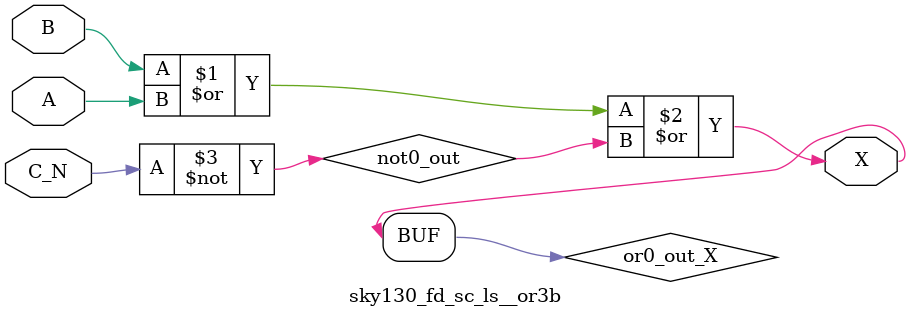
<source format=v>
/*
 * Copyright 2020 The SkyWater PDK Authors
 *
 * Licensed under the Apache License, Version 2.0 (the "License");
 * you may not use this file except in compliance with the License.
 * You may obtain a copy of the License at
 *
 *     https://www.apache.org/licenses/LICENSE-2.0
 *
 * Unless required by applicable law or agreed to in writing, software
 * distributed under the License is distributed on an "AS IS" BASIS,
 * WITHOUT WARRANTIES OR CONDITIONS OF ANY KIND, either express or implied.
 * See the License for the specific language governing permissions and
 * limitations under the License.
 *
 * SPDX-License-Identifier: Apache-2.0
*/


`ifndef SKY130_FD_SC_LS__OR3B_FUNCTIONAL_V
`define SKY130_FD_SC_LS__OR3B_FUNCTIONAL_V

/**
 * or3b: 3-input OR, first input inverted.
 *
 * Verilog simulation functional model.
 */

`timescale 1ns / 1ps
`default_nettype none

`celldefine
module sky130_fd_sc_ls__or3b (
    X  ,
    A  ,
    B  ,
    C_N
);

    // Module ports
    output X  ;
    input  A  ;
    input  B  ;
    input  C_N;

    // Local signals
    wire not0_out ;
    wire or0_out_X;

    //  Name  Output     Other arguments
    not not0 (not0_out , C_N            );
    or  or0  (or0_out_X, B, A, not0_out );
    buf buf0 (X        , or0_out_X      );

endmodule
`endcelldefine

`default_nettype wire
`endif  // SKY130_FD_SC_LS__OR3B_FUNCTIONAL_V

</source>
